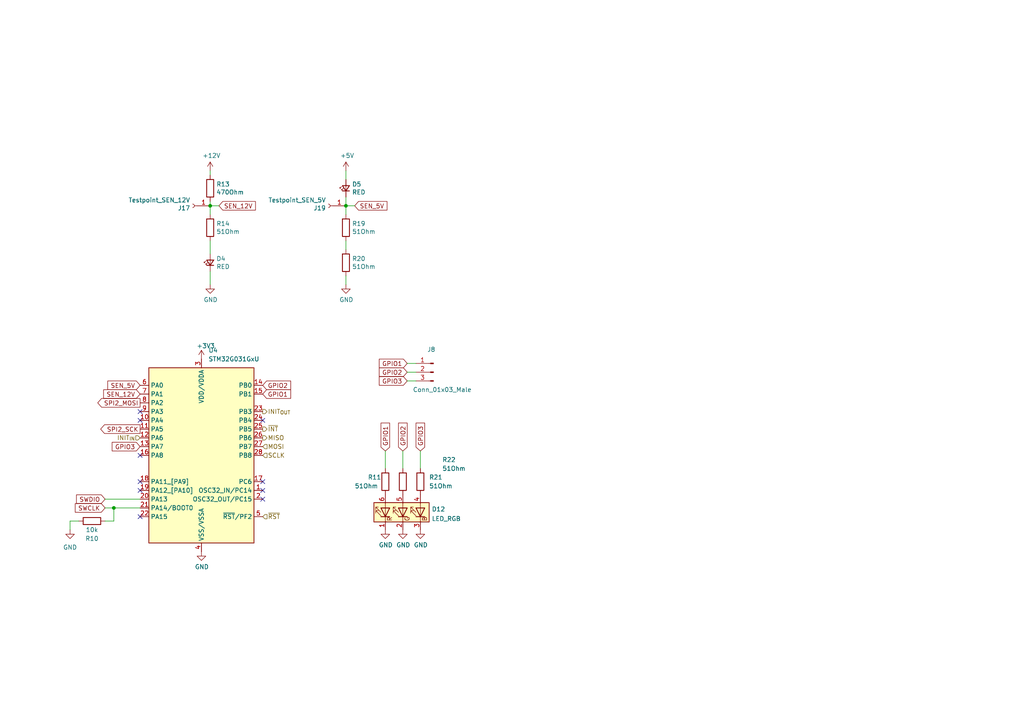
<source format=kicad_sch>
(kicad_sch (version 20211123) (generator eeschema)
  (paper "A4")
  (lib_symbols
    (symbol "Connector:Conn_01x01_Female" (pin_names (offset 1.016) hide)
      (property "Reference" "J" (at 0 2.54 0))
      (property "Value" "Conn_01x01_Female" (at 0 -2.54 0))
      (symbol "Conn_01x01_Female_1_1"
        (polyline (pts (xy -1.27 0) (xy -0.508 0)) (stroke (width 0.1524)))
        (arc (start 0 0.508) (mid -0.508 0) (end 0 -0.508) (stroke (width 0.1524)))
        (pin passive line (at -5.08 0 0) (length 3.81) (name "Pin_1") (number "1"))
      )
    )
    (symbol "Connector:Conn_01x03_Male" (pin_names (offset 1.016) hide)
      (property "Reference" "J" (at 0 5.08 0))
      (property "Value" "Conn_01x03_Male" (at 0 -5.08 0))
      (symbol "Conn_01x03_Male_1_1"
        (polyline (pts (xy 1.27 -2.54) (xy 0.8636 -2.54)) (stroke (width 0.1524)))
        (polyline (pts (xy 1.27 0) (xy 0.8636 0)) (stroke (width 0.1524)))
        (polyline (pts (xy 1.27 2.54) (xy 0.8636 2.54)) (stroke (width 0.1524)))
        (rectangle (start 0.8636 -2.413) (end 0 -2.667) (stroke (width 0.1524)) (fill (type outline)))
        (rectangle (start 0.8636 0.127) (end 0 -0.127) (stroke (width 0.1524)) (fill (type outline)))
        (rectangle (start 0.8636 2.667) (end 0 2.413) (stroke (width 0.1524)) (fill (type outline)))
        (pin passive line (at 5.08 2.54 180) (length 3.81) (name "Pin_1") (number "1"))
        (pin passive line (at 5.08 0 180) (length 3.81) (name "Pin_2") (number "2"))
        (pin passive line (at 5.08 -2.54 180) (length 3.81) (name "Pin_3") (number "3"))
      )
    )
    (symbol "Device:LED_RGB" (pin_names (offset 0) hide)
      (property "Reference" "D" (at 0 9.398 0))
      (property "Value" "LED_RGB" (at 0 -8.89 0))
      (symbol "LED_RGB_0_0"
        (text "B" (at -1.905 -6.35 0) (effects (font (size 1.27 1.27))))
        (text "G" (at -1.905 -1.27 0) (effects (font (size 1.27 1.27))))
        (text "R" (at -1.905 3.81 0) (effects (font (size 1.27 1.27))))
      )
      (symbol "LED_RGB_0_1"
        (polyline (pts (xy -1.27 -5.08) (xy -2.54 -5.08)))
        (polyline (pts (xy -1.27 -5.08) (xy 1.27 -5.08)))
        (polyline (pts (xy -1.27 -3.81) (xy -1.27 -6.35)) (stroke (width 0.254)))
        (polyline (pts (xy -1.27 0) (xy -2.54 0)))
        (polyline (pts (xy -1.27 1.27) (xy -1.27 -1.27)) (stroke (width 0.254)))
        (polyline (pts (xy -1.27 5.08) (xy -2.54 5.08)))
        (polyline (pts (xy -1.27 5.08) (xy 1.27 5.08)))
        (polyline (pts (xy -1.27 6.35) (xy -1.27 3.81)) (stroke (width 0.254)))
        (polyline (pts (xy 1.27 -5.08) (xy 2.54 -5.08)))
        (polyline (pts (xy 1.27 0) (xy -1.27 0)))
        (polyline (pts (xy 1.27 0) (xy 2.54 0)))
        (polyline (pts (xy 1.27 5.08) (xy 2.54 5.08)))
        (polyline (pts (xy -1.27 1.27) (xy -1.27 -1.27) (xy -1.27 -1.27)))
        (polyline (pts (xy -1.27 6.35) (xy -1.27 3.81) (xy -1.27 3.81)))
        (polyline (pts (xy 1.27 -3.81) (xy 1.27 -6.35) (xy -1.27 -5.08) (xy 1.27 -3.81)) (stroke (width 0.254)))
        (polyline (pts (xy 1.27 1.27) (xy 1.27 -1.27) (xy -1.27 0) (xy 1.27 1.27)) (stroke (width 0.254)))
        (polyline (pts (xy 1.27 6.35) (xy 1.27 3.81) (xy -1.27 5.08) (xy 1.27 6.35)) (stroke (width 0.254)))
        (polyline (pts (xy -1.016 -3.81) (xy 0.508 -2.286) (xy -0.254 -2.286) (xy 0.508 -2.286) (xy 0.508 -3.048)))
        (polyline (pts (xy -1.016 1.27) (xy 0.508 2.794) (xy -0.254 2.794) (xy 0.508 2.794) (xy 0.508 2.032)))
        (polyline (pts (xy -1.016 6.35) (xy 0.508 7.874) (xy -0.254 7.874) (xy 0.508 7.874) (xy 0.508 7.112)))
        (polyline (pts (xy 0 -3.81) (xy 1.524 -2.286) (xy 0.762 -2.286) (xy 1.524 -2.286) (xy 1.524 -3.048)))
        (polyline (pts (xy 0 1.27) (xy 1.524 2.794) (xy 0.762 2.794) (xy 1.524 2.794) (xy 1.524 2.032)))
        (polyline (pts (xy 0 6.35) (xy 1.524 7.874) (xy 0.762 7.874) (xy 1.524 7.874) (xy 1.524 7.112)))
        (rectangle (start 1.27 -1.27) (end 1.27 1.27))
        (rectangle (start 1.27 1.27) (end 1.27 1.27))
        (rectangle (start 1.27 3.81) (end 1.27 6.35))
        (rectangle (start 1.27 6.35) (end 1.27 6.35))
        (rectangle (start 2.794 8.382) (end -2.794 -7.62) (stroke (width 0.254)) (fill (type background)))
      )
      (symbol "LED_RGB_1_1"
        (pin passive line (at -5.08 5.08 0) (length 2.54) (name "RK") (number "1"))
        (pin passive line (at -5.08 0 0) (length 2.54) (name "GK") (number "2"))
        (pin passive line (at -5.08 -5.08 0) (length 2.54) (name "BK") (number "3"))
        (pin passive line (at 5.08 -5.08 180) (length 2.54) (name "BA") (number "4"))
        (pin passive line (at 5.08 0 180) (length 2.54) (name "GA") (number "5"))
        (pin passive line (at 5.08 5.08 180) (length 2.54) (name "RA") (number "6"))
      )
    )
    (symbol "Device:LED_Small" (pin_numbers hide) (pin_names (offset 0.254) hide)
      (property "Reference" "D" (at -1.27 3.175 0))
      (property "Value" "LED_Small" (at -4.445 -2.54 0))
      (symbol "LED_Small_0_1"
        (polyline (pts (xy -0.762 -1.016) (xy -0.762 1.016)) (stroke (width 0.254)))
        (polyline (pts (xy 1.016 0) (xy -0.762 0)))
        (polyline (pts (xy 0.762 -1.016) (xy -0.762 0) (xy 0.762 1.016) (xy 0.762 -1.016)) (stroke (width 0.254)))
        (polyline (pts (xy 0 0.762) (xy -0.508 1.27) (xy -0.254 1.27) (xy -0.508 1.27) (xy -0.508 1.016)))
        (polyline (pts (xy 0.508 1.27) (xy 0 1.778) (xy 0.254 1.778) (xy 0 1.778) (xy 0 1.524)))
      )
      (symbol "LED_Small_1_1"
        (pin passive line (at -2.54 0 0) (length 1.778) (name "K") (number "1"))
        (pin passive line (at 2.54 0 180) (length 1.778) (name "A") (number "2"))
      )
    )
    (symbol "Device:R" (pin_numbers hide) (pin_names (offset 0))
      (property "Reference" "R" (at 2.032 0 90))
      (property "Value" "R" (at 0 0 90))
      (symbol "R_0_1"
        (rectangle (start -1.016 -2.54) (end 1.016 2.54) (stroke (width 0.254)))
      )
      (symbol "R_1_1"
        (pin passive line (at 0 3.81 270) (length 1.27) (name "~") (number "1"))
        (pin passive line (at 0 -3.81 90) (length 1.27) (name "~") (number "2"))
      )
    )
    (symbol "STM_Custom:STM32G031GxU"
      (property "Reference" "U" (at -15.24 26.67 0))
      (property "Value" "STM32G031GxU" (at 1.27 26.67 0))
      (symbol "STM32G031GxU_0_1"
        (rectangle (start -15.24 -25.4) (end 15.24 25.4) (stroke (width 0.254)) (fill (type background)))
      )
      (symbol "STM32G031GxU_1_1"
        (pin bidirectional line (at 17.78 -10.16 180) (length 2.54) (name "OSC32_IN/PC14") (number "1"))
        (pin bidirectional line (at -17.78 10.16 0) (length 2.54) (name "PA4") (number "10"))
        (pin bidirectional line (at -17.78 7.62 0) (length 2.54) (name "PA5") (number "11"))
        (pin bidirectional line (at -17.78 5.08 0) (length 2.54) (name "PA6") (number "12"))
        (pin bidirectional line (at -17.78 2.54 0) (length 2.54) (name "PA7") (number "13"))
        (pin bidirectional line (at 17.78 20.32 180) (length 2.54) (name "PB0") (number "14"))
        (pin bidirectional line (at 17.78 17.78 180) (length 2.54) (name "PB1") (number "15"))
        (pin bidirectional line (at -17.78 0 0) (length 2.54) (name "PA8") (number "16"))
        (pin bidirectional line (at 17.78 -7.62 180) (length 2.54) (name "PC6") (number "17"))
        (pin bidirectional line (at -17.78 -7.62 0) (length 2.54) (name "PA11_[PA9]") (number "18"))
        (pin bidirectional line (at -17.78 -10.16 0) (length 2.54) (name "PA12_[PA10]") (number "19"))
        (pin bidirectional line (at 17.78 -12.7 180) (length 2.54) (name "OSC32_OUT/PC15") (number "2"))
        (pin bidirectional line (at -17.78 -12.7 0) (length 2.54) (name "PA13") (number "20"))
        (pin bidirectional line (at -17.78 -15.24 0) (length 2.54) (name "PA14/BOOT0") (number "21"))
        (pin bidirectional line (at -17.78 -17.78 0) (length 2.54) (name "PA15") (number "22"))
        (pin bidirectional line (at 17.78 12.7 180) (length 2.54) (name "PB3") (number "23"))
        (pin bidirectional line (at 17.78 10.16 180) (length 2.54) (name "PB4") (number "24"))
        (pin bidirectional line (at 17.78 7.62 180) (length 2.54) (name "PB5") (number "25"))
        (pin bidirectional line (at 17.78 5.08 180) (length 2.54) (name "PB6") (number "26"))
        (pin bidirectional line (at 17.78 2.54 180) (length 2.54) (name "PB7") (number "27"))
        (pin bidirectional line (at 17.78 0 180) (length 2.54) (name "PB8") (number "28"))
        (pin power_in line (at 0 27.94 270) (length 2.54) (name "VDD/VDDA") (number "3"))
        (pin passive line (at 0 -27.94 90) (length 2.54) hide (name "VSS/VSSA") (number "33"))
        (pin power_in line (at 0 -27.94 90) (length 2.54) (name "VSS/VSSA") (number "4"))
        (pin bidirectional line (at 17.78 -17.78 180) (length 2.54) (name "~{RST}/PF2") (number "5"))
        (pin bidirectional line (at -17.78 20.32 0) (length 2.54) (name "PA0") (number "6"))
        (pin bidirectional line (at -17.78 17.78 0) (length 2.54) (name "PA1") (number "7"))
        (pin bidirectional line (at -17.78 15.24 0) (length 2.54) (name "PA2") (number "8"))
        (pin bidirectional line (at -17.78 12.7 0) (length 2.54) (name "PA3") (number "9"))
      )
    )
    (symbol "power:+12V" (power) (pin_names (offset 0))
      (property "Value" "+12V" (at 0 3.556 0))
      (symbol "+12V_0_1"
        (polyline (pts (xy -0.762 1.27) (xy 0 2.54)))
        (polyline (pts (xy 0 0) (xy 0 2.54)))
        (polyline (pts (xy 0 2.54) (xy 0.762 1.27)))
      )
      (symbol "+12V_1_1"
        (pin power_in line (at 0 0 90) (length 0) hide (name "+12V") (number "1"))
      )
    )
    (symbol "power:+3.3V" (power) (pin_names (offset 0))
      (property "Value" "+3.3V" (at 0 3.556 0))
      (symbol "+3.3V_0_1"
        (polyline (pts (xy -0.762 1.27) (xy 0 2.54)))
        (polyline (pts (xy 0 0) (xy 0 2.54)))
        (polyline (pts (xy 0 2.54) (xy 0.762 1.27)))
      )
      (symbol "+3.3V_1_1"
        (pin power_in line (at 0 0 90) (length 0) hide (name "+3V3") (number "1"))
      )
    )
    (symbol "power:+5V" (power) (pin_names (offset 0))
      (property "Value" "+5V" (at 0 3.556 0))
      (symbol "+5V_0_1"
        (polyline (pts (xy -0.762 1.27) (xy 0 2.54)))
        (polyline (pts (xy 0 0) (xy 0 2.54)))
        (polyline (pts (xy 0 2.54) (xy 0.762 1.27)))
      )
      (symbol "+5V_1_1"
        (pin power_in line (at 0 0 90) (length 0) hide (name "+5V") (number "1"))
      )
    )
    (symbol "power:GND" (power) (pin_names (offset 0))
      (property "Value" "GND" (at 0 -3.81 0))
      (symbol "GND_0_1"
        (polyline (pts (xy 0 0) (xy 0 -1.27) (xy 1.27 -1.27) (xy 0 -2.54) (xy -1.27 -1.27) (xy 0 -1.27)))
      )
      (symbol "GND_1_1"
        (pin power_in line (at 0 0 270) (length 0) hide (name "GND") (number "1"))
      )
    )
  )
  (junction (at 60.96 59.69))
  (junction (at 33.02 147.32))
  (junction (at 100.33 59.69))
  (no_connect (at 76.2 121.92))
  (no_connect (at 76.2 139.7))
  (no_connect (at 76.2 142.24))
  (no_connect (at 76.2 144.78))
  (no_connect (at 40.64 142.24))
  (no_connect (at 40.64 121.92))
  (no_connect (at 40.64 132.08))
  (no_connect (at 40.64 139.7))
  (no_connect (at 40.64 149.86))
  (no_connect (at 40.64 119.38))
  (wire (pts (xy 118.11 110.49) (xy 120.65 110.49)))
  (wire (pts (xy 118.11 107.95) (xy 120.65 107.95)))
  (wire (pts (xy 30.48 147.32) (xy 33.02 147.32)))
  (wire (pts (xy 63.5 59.69) (xy 60.96 59.69)))
  (wire (pts (xy 60.96 59.69) (xy 60.96 62.23)))
  (wire (pts (xy 33.02 147.32) (xy 40.64 147.32)))
  (wire (pts (xy 60.96 49.53) (xy 60.96 50.8)))
  (wire (pts (xy 121.92 130.81) (xy 121.92 135.89)))
  (wire (pts (xy 116.84 130.81) (xy 116.84 135.89)))
  (wire (pts (xy 60.96 78.74) (xy 60.96 82.55)))
  (wire (pts (xy 102.87 59.69) (xy 100.33 59.69)))
  (wire (pts (xy 111.76 130.81) (xy 111.76 135.89)))
  (wire (pts (xy 22.86 151.13) (xy 20.32 151.13)))
  (wire (pts (xy 118.11 105.41) (xy 120.65 105.41)))
  (wire (pts (xy 60.96 58.42) (xy 60.96 59.69)))
  (wire (pts (xy 100.33 59.69) (xy 100.33 62.23)))
  (wire (pts (xy 60.96 69.85) (xy 60.96 73.66)))
  (wire (pts (xy 20.32 151.13) (xy 20.32 153.67)))
  (wire (pts (xy 100.33 80.01) (xy 100.33 82.55)))
  (wire (pts (xy 100.33 49.53) (xy 100.33 52.07)))
  (wire (pts (xy 30.48 151.13) (xy 33.02 151.13)))
  (wire (pts (xy 33.02 151.13) (xy 33.02 147.32)))
  (wire (pts (xy 100.33 57.15) (xy 100.33 59.69)))
  (wire (pts (xy 100.33 69.85) (xy 100.33 72.39)))
  (wire (pts (xy 30.48 144.78) (xy 40.64 144.78)))
  (global_label "SWCLK" (shape input) (at 30.48 147.32 180) (property "Referenzen zwischen Schaltplänen" "${INTERSHEET_REFS}" (effects hide)))
  (global_label "SPI2_SCK" (shape output) (at 40.64 124.46 180) (property "Referenzen zwischen Schaltplänen" "${INTERSHEET_REFS}" (effects hide)))
  (global_label "GPIO1" (shape input) (at 111.76 130.81 90) (property "Referenzen zwischen Schaltplänen" "${INTERSHEET_REFS}" (effects hide)))
  (global_label "SEN_12V" (shape input) (at 40.64 114.3 180) (property "Referenzen zwischen Schaltplänen" "${INTERSHEET_REFS}" (effects hide)))
  (global_label "SEN_5V" (shape input) (at 102.87 59.69 0) (property "Referenzen zwischen Schaltplänen" "${INTERSHEET_REFS}" (effects hide)))
  (global_label "SWDIO" (shape input) (at 30.48 144.78 180) (property "Referenzen zwischen Schaltplänen" "${INTERSHEET_REFS}" (effects hide)))
  (global_label "GPIO3" (shape input) (at 40.64 129.54 180) (property "Referenzen zwischen Schaltplänen" "${INTERSHEET_REFS}" (effects hide)))
  (global_label "GPIO3" (shape input) (at 121.92 130.81 90) (property "Referenzen zwischen Schaltplänen" "${INTERSHEET_REFS}" (effects hide)))
  (global_label "GPIO2" (shape input) (at 116.84 130.81 90) (property "Referenzen zwischen Schaltplänen" "${INTERSHEET_REFS}" (effects hide)))
  (global_label "GPIO3" (shape input) (at 118.11 110.49 180) (property "Referenzen zwischen Schaltplänen" "${INTERSHEET_REFS}" (effects hide)))
  (global_label "GPIO2" (shape input) (at 76.2 111.76 0) (property "Referenzen zwischen Schaltplänen" "${INTERSHEET_REFS}" (effects hide)))
  (global_label "SEN_12V" (shape input) (at 63.5 59.69 0) (property "Referenzen zwischen Schaltplänen" "${INTERSHEET_REFS}" (effects hide)))
  (global_label "SPI2_MOSI" (shape output) (at 40.64 116.84 180) (property "Referenzen zwischen Schaltplänen" "${INTERSHEET_REFS}" (effects hide)))
  (global_label "SEN_5V" (shape input) (at 40.64 111.76 180) (property "Referenzen zwischen Schaltplänen" "${INTERSHEET_REFS}" (effects hide)))
  (global_label "GPIO1" (shape input) (at 76.2 114.3 0) (property "Referenzen zwischen Schaltplänen" "${INTERSHEET_REFS}" (effects hide)))
  (global_label "GPIO2" (shape input) (at 118.11 107.95 180) (property "Referenzen zwischen Schaltplänen" "${INTERSHEET_REFS}" (effects hide)))
  (global_label "GPIO1" (shape input) (at 118.11 105.41 180) (property "Referenzen zwischen Schaltplänen" "${INTERSHEET_REFS}" (effects hide)))
  (hierarchical_label "~{RST}" (shape input) (at 76.2 149.86 0))
  (hierarchical_label "INIT_{IN}" (shape input) (at 40.64 127 180))
  (hierarchical_label "~{INT}" (shape output) (at 76.2 124.46 0))
  (hierarchical_label "INIT_{OUT}" (shape output) (at 76.2 119.38 0))
  (hierarchical_label "MOSI" (shape input) (at 76.2 129.54 0))
  (hierarchical_label "MISO" (shape output) (at 76.2 127 0))
  (hierarchical_label "SCLK" (shape input) (at 76.2 132.08 0))
  (symbol (lib_id "Connector:Conn_01x01_Female") (at 95.25 59.69 180) (unit 1)
    (property "Reference" "J19" (at 94.5388 60.3504 0) (effects (justify left)))
    (property "Value" "Testpoint_SEN_5V" (at 94.5388 58.039 0) (effects (justify left)))
    (property "Footprint" "TestPoint:TestPoint_Pad_D2.0mm" (effects hide))
    (property "LCSC" "-" (effects hide))
  )
  (symbol (lib_id "Device:R") (at 121.92 139.7 180) (unit 1)
    (property "Reference" "R22" (at 128.27 133.35 0) (effects (justify right)))
    (property "Value" "51Ohm" (at 128.27 135.89 0) (effects (justify right)))
    (property "Footprint" "Resistor_SMD:R_0603_1608Metric" (effects hide))
    (property "LCSC" "C23197" (effects hide))
  )
  (symbol (lib_id "Device:LED_Small") (at 60.96 76.2 90) (unit 1)
    (property "Reference" "D4" (at 62.738 75.0316 90) (effects (justify right)))
    (property "Value" "RED" (at 62.738 77.343 90) (effects (justify right)))
    (property "Footprint" "LED_SMD:LED_0603_1608Metric" (effects hide))
    (property "LCSC" "C2286" (effects hide))
  )
  (symbol (lib_id "power:GND") (at 111.76 153.67 0) (unit 1)
    (property "Reference" "#PWR0159" (effects hide))
    (property "Value" "GND" (at 111.887 158.0642 0))
  )
  (symbol (lib_id "power:GND") (at 121.92 153.67 0) (unit 1)
    (property "Reference" "#PWR0160" (effects hide))
    (property "Value" "GND" (at 122.047 158.0642 0))
  )
  (symbol (lib_id "Device:R") (at 60.96 66.04 180) (unit 1)
    (property "Reference" "R14" (at 62.738 64.8716 0) (effects (justify right)))
    (property "Value" "51Ohm" (at 62.738 67.183 0) (effects (justify right)))
    (property "Footprint" "Resistor_SMD:R_0603_1608Metric" (effects hide))
    (property "LCSC" "C23197" (effects hide))
  )
  (symbol (lib_id "Device:R") (at 116.84 139.7 180) (unit 1)
    (property "Reference" "R21" (at 124.46 138.43 0) (effects (justify right)))
    (property "Value" "51Ohm" (at 124.46 140.97 0) (effects (justify right)))
    (property "Footprint" "Resistor_SMD:R_0603_1608Metric" (effects hide))
    (property "LCSC" "C23197" (effects hide))
  )
  (symbol (lib_id "power:GND") (at 116.84 153.67 0) (unit 1)
    (property "Reference" "#PWR0161" (effects hide))
    (property "Value" "GND" (at 116.967 158.0642 0))
  )
  (symbol (lib_id "Device:LED_Small") (at 100.33 54.61 90) (unit 1)
    (property "Reference" "D5" (at 102.108 53.4416 90) (effects (justify right)))
    (property "Value" "RED" (at 102.108 55.753 90) (effects (justify right)))
    (property "Footprint" "LED_SMD:LED_0603_1608Metric" (effects hide))
    (property "LCSC" "C2286" (effects hide))
  )
  (symbol (lib_id "power:GND") (at 100.33 82.55 0) (unit 1)
    (property "Reference" "#PWR0154" (effects hide))
    (property "Value" "GND" (at 100.457 86.9442 0))
  )
  (symbol (lib_id "power:GND") (at 20.32 153.67 0) (unit 1)
    (property "Reference" "#PWR0162" (effects hide))
    (property "Value" "GND" (at 20.32 158.75 0))
  )
  (symbol (lib_id "Device:R") (at 111.76 139.7 180) (unit 1)
    (property "Reference" "R11" (at 106.68 138.43 0) (effects (justify right)))
    (property "Value" "51Ohm" (at 102.87 140.97 0) (effects (justify right)))
    (property "Footprint" "Resistor_SMD:R_0603_1608Metric" (effects hide))
    (property "LCSC" "C23197" (effects hide))
  )
  (symbol (lib_id "Connector:Conn_01x01_Female") (at 55.88 59.69 180) (unit 1)
    (property "Reference" "J17" (at 55.1688 60.3504 0) (effects (justify left)))
    (property "Value" "Testpoint_SEN_12V" (at 55.1688 58.039 0) (effects (justify left)))
    (property "Footprint" "TestPoint:TestPoint_Pad_D2.0mm" (effects hide))
    (property "LCSC" "-" (effects hide))
  )
  (symbol (lib_id "power:+3.3V") (at 58.42 104.14 0) (unit 1)
    (property "Reference" "#PWR0157" (effects hide))
    (property "Value" "+3.3V" (at 59.69 100.33 0))
  )
  (symbol (lib_id "Device:LED_RGB") (at 116.84 148.59 90) (unit 1)
    (property "Reference" "D12" (at 125.222 147.6815 90) (effects (justify right)))
    (property "Value" "LED_RGB" (at 125.222 150.4566 90) (effects (justify right)))
    (property "Footprint" "LED_SMD:LED_RGB_5050-6" (effects hide))
    (property "LCSC" "-" (effects hide))
  )
  (symbol (lib_id "power:GND") (at 60.96 82.55 0) (unit 1)
    (property "Reference" "#PWR0158" (effects hide))
    (property "Value" "GND" (at 61.087 86.9442 0))
  )
  (symbol (lib_id "power:+12V") (at 60.96 49.53 0) (unit 1)
    (property "Reference" "#PWR0155" (effects hide))
    (property "Value" "+12V" (at 61.341 45.1358 0))
  )
  (symbol (lib_id "power:+5V") (at 100.33 49.53 0) (unit 1)
    (property "Reference" "#PWR0156" (effects hide))
    (property "Value" "+5V" (at 100.711 45.1358 0))
  )
  (symbol (lib_id "Device:R") (at 60.96 54.61 180) (unit 1)
    (property "Reference" "R13" (at 62.738 53.4416 0) (effects (justify right)))
    (property "Value" "470Ohm" (at 62.738 55.753 0) (effects (justify right)))
    (property "Footprint" "Resistor_SMD:R_0603_1608Metric" (effects hide))
    (property "LCSC" "C23179" (effects hide))
  )
  (symbol (lib_id "STM_Custom:STM32G031GxU") (at 58.42 132.08 0) (unit 1)
    (property "Reference" "U4" (at 60.4394 101.6 0) (effects (justify left)))
    (property "Value" "STM32G031GxU" (at 60.4394 104.14 0) (effects (justify left)))
    (property "Footprint" "Package_DFN_QFN:QFN-28-1EP_5x5mm_P0.5mm_EP3.35x3.35mm" (effects hide))
    (property "Datasheet" "https://www.st.com/resource/en/datasheet/stm32g071kb.pdf" (effects hide))
    (property "Reference" "U4" (effects hide))
    (property "Value" "STM32G031GxU" (effects hide))
  )
  (symbol (lib_id "power:GND") (at 58.42 160.02 0) (unit 1)
    (property "Reference" "#PWR0163" (effects hide))
    (property "Value" "GND" (at 58.547 164.4142 0))
  )
  (symbol (lib_id "Connector:Conn_01x03_Male") (at 125.73 107.95 0) (mirror y) (unit 1)
    (property "Reference" "J8" (at 125.095 101.3673 0))
    (property "Value" "Conn_01x03_Male" (at 128.27 113.03 0))
    (property "Footprint" "Connector_PinHeader_2.54mm:PinHeader_1x03_P2.54mm_Vertical" (effects hide))
    (property "LCSC" "-" (effects hide))
  )
  (symbol (lib_id "Device:R") (at 100.33 76.2 180) (unit 1)
    (property "Reference" "R20" (at 102.108 75.0316 0) (effects (justify right)))
    (property "Value" "51Ohm" (at 102.108 77.343 0) (effects (justify right)))
    (property "Footprint" "Resistor_SMD:R_0603_1608Metric" (effects hide))
    (property "LCSC" "C23197" (effects hide))
  )
  (symbol (lib_id "Device:R") (at 26.67 151.13 270) (unit 1)
    (property "Reference" "R10" (at 26.67 156.21 90))
    (property "Value" "10k" (at 26.67 153.67 90))
    (property "Footprint" "Resistor_SMD:R_0603_1608Metric" (effects hide))
  )
  (symbol (lib_id "Device:R") (at 100.33 66.04 180) (unit 1)
    (property "Reference" "R19" (at 102.108 64.8716 0) (effects (justify right)))
    (property "Value" "51Ohm" (at 102.108 67.183 0) (effects (justify right)))
    (property "Footprint" "Resistor_SMD:R_0603_1608Metric" (effects hide))
    (property "LCSC" "C23197" (effects hide))
  )
)
</source>
